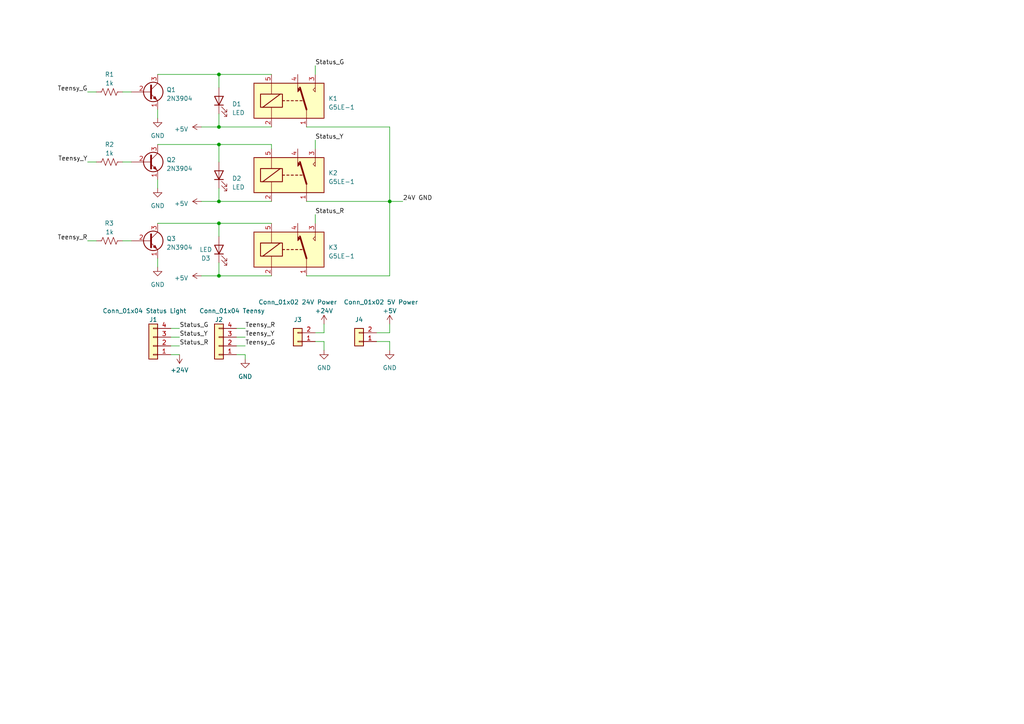
<source format=kicad_sch>
(kicad_sch (version 20230121) (generator eeschema)
  (paper "A4")
  (lib_symbols
    (symbol "Connector_Generic:Conn_01x02" (pin_names (offset 1.016) hide)
      (property "Reference" "J" (at 0 2.54 0))
      (property "Value" "Conn_01x02" (at 0 -5.08 0))
      (symbol "Conn_01x02_1_1"
        (rectangle (start -1.27 -2.413) (end 0 -2.667) (stroke (width 0.1524)))
        (rectangle (start -1.27 0.127) (end 0 -0.127) (stroke (width 0.1524)))
        (rectangle (start -1.27 1.27) (end 1.27 -3.81) (stroke (width 0.254)) (fill (type background)))
        (pin passive line (at -5.08 0 0) (length 3.81) (name "Pin_1") (number "1"))
        (pin passive line (at -5.08 -2.54 0) (length 3.81) (name "Pin_2") (number "2"))
      )
    )
    (symbol "Connector_Generic:Conn_01x04" (pin_names (offset 1.016) hide)
      (property "Reference" "J" (at 0 5.08 0))
      (property "Value" "Conn_01x04" (at 0 -7.62 0))
      (symbol "Conn_01x04_1_1"
        (rectangle (start -1.27 -4.953) (end 0 -5.207) (stroke (width 0.1524)))
        (rectangle (start -1.27 -2.413) (end 0 -2.667) (stroke (width 0.1524)))
        (rectangle (start -1.27 0.127) (end 0 -0.127) (stroke (width 0.1524)))
        (rectangle (start -1.27 2.667) (end 0 2.413) (stroke (width 0.1524)))
        (rectangle (start -1.27 3.81) (end 1.27 -6.35) (stroke (width 0.254)) (fill (type background)))
        (pin passive line (at -5.08 2.54 0) (length 3.81) (name "Pin_1") (number "1"))
        (pin passive line (at -5.08 0 0) (length 3.81) (name "Pin_2") (number "2"))
        (pin passive line (at -5.08 -2.54 0) (length 3.81) (name "Pin_3") (number "3"))
        (pin passive line (at -5.08 -5.08 0) (length 3.81) (name "Pin_4") (number "4"))
      )
    )
    (symbol "Device:LED" (pin_numbers hide) (pin_names (offset 1.016) hide)
      (property "Reference" "D" (at 0 2.54 0))
      (property "Value" "LED" (at 0 -2.54 0))
      (symbol "LED_0_1"
        (polyline (pts (xy -1.27 -1.27) (xy -1.27 1.27)) (stroke (width 0.254)))
        (polyline (pts (xy -1.27 0) (xy 1.27 0)))
        (polyline (pts (xy 1.27 -1.27) (xy 1.27 1.27) (xy -1.27 0) (xy 1.27 -1.27)) (stroke (width 0.254)))
        (polyline (pts (xy -3.048 -0.762) (xy -4.572 -2.286) (xy -3.81 -2.286) (xy -4.572 -2.286) (xy -4.572 -1.524)))
        (polyline (pts (xy -1.778 -0.762) (xy -3.302 -2.286) (xy -2.54 -2.286) (xy -3.302 -2.286) (xy -3.302 -1.524)))
      )
      (symbol "LED_1_1"
        (pin passive line (at -3.81 0 0) (length 2.54) (name "K") (number "1"))
        (pin passive line (at 3.81 0 180) (length 2.54) (name "A") (number "2"))
      )
    )
    (symbol "Device:R_US" (pin_numbers hide) (pin_names (offset 0))
      (property "Reference" "R" (at 2.54 0 90))
      (property "Value" "R_US" (at -2.54 0 90))
      (symbol "R_US_0_1"
        (polyline (pts (xy 0 -2.286) (xy 0 -2.54)))
        (polyline (pts (xy 0 2.286) (xy 0 2.54)))
        (polyline (pts (xy 0 -0.762) (xy 1.016 -1.143) (xy 0 -1.524) (xy -1.016 -1.905) (xy 0 -2.286)))
        (polyline (pts (xy 0 0.762) (xy 1.016 0.381) (xy 0 0) (xy -1.016 -0.381) (xy 0 -0.762)))
        (polyline (pts (xy 0 2.286) (xy 1.016 1.905) (xy 0 1.524) (xy -1.016 1.143) (xy 0 0.762)))
      )
      (symbol "R_US_1_1"
        (pin passive line (at 0 3.81 270) (length 1.27) (name "~") (number "1"))
        (pin passive line (at 0 -3.81 90) (length 1.27) (name "~") (number "2"))
      )
    )
    (symbol "Relay:G5LE-1"
      (property "Reference" "K" (at 11.43 3.81 0))
      (property "Value" "G5LE-1" (at 11.43 1.27 0))
      (symbol "G5LE-1_0_0"
        (polyline (pts (xy 7.62 5.08) (xy 7.62 2.54) (xy 6.985 3.175) (xy 7.62 3.81)))
      )
      (symbol "G5LE-1_0_1"
        (rectangle (start -10.16 5.08) (end 10.16 -5.08) (stroke (width 0.254)) (fill (type background)))
        (rectangle (start -8.255 1.905) (end -1.905 -1.905) (stroke (width 0.254)))
        (polyline (pts (xy -7.62 -1.905) (xy -2.54 1.905)) (stroke (width 0.254)))
        (polyline (pts (xy -5.08 -5.08) (xy -5.08 -1.905)))
        (polyline (pts (xy -5.08 5.08) (xy -5.08 1.905)))
        (polyline (pts (xy -1.905 0) (xy -1.27 0)) (stroke (width 0.254)))
        (polyline (pts (xy -0.635 0) (xy 0 0)) (stroke (width 0.254)))
        (polyline (pts (xy 0.635 0) (xy 1.27 0)) (stroke (width 0.254)))
        (polyline (pts (xy 1.905 0) (xy 2.54 0)) (stroke (width 0.254)))
        (polyline (pts (xy 3.175 0) (xy 3.81 0)) (stroke (width 0.254)))
        (polyline (pts (xy 5.08 -2.54) (xy 3.175 3.81)) (stroke (width 0.508)))
        (polyline (pts (xy 5.08 -2.54) (xy 5.08 -5.08)))
        (polyline (pts (xy 2.54 5.08) (xy 2.54 2.54) (xy 3.175 3.175) (xy 2.54 3.81)) (fill (type outline)))
      )
      (symbol "G5LE-1_1_1"
        (pin passive line (at 5.08 -7.62 90) (length 2.54) (name "~") (number "1"))
        (pin passive line (at -5.08 -7.62 90) (length 2.54) (name "~") (number "2"))
        (pin passive line (at 7.62 7.62 270) (length 2.54) (name "~") (number "3"))
        (pin passive line (at 2.54 7.62 270) (length 2.54) (name "~") (number "4"))
        (pin passive line (at -5.08 7.62 270) (length 2.54) (name "~") (number "5"))
      )
    )
    (symbol "Transistor_BJT:2N3904" (pin_names (offset 0) hide)
      (property "Reference" "Q" (at 5.08 1.905 0))
      (property "Value" "2N3904" (at 5.08 0 0))
      (symbol "2N3904_0_1"
        (polyline (pts (xy 0.635 0.635) (xy 2.54 2.54)))
        (polyline (pts (xy 0.635 -0.635) (xy 2.54 -2.54) (xy 2.54 -2.54)))
        (polyline (pts (xy 0.635 1.905) (xy 0.635 -1.905) (xy 0.635 -1.905)) (stroke (width 0.508)))
        (polyline (pts (xy 1.27 -1.778) (xy 1.778 -1.27) (xy 2.286 -2.286) (xy 1.27 -1.778) (xy 1.27 -1.778)) (fill (type outline)))
        (circle (center 1.27 0) (radius 2.8194) (stroke (width 0.254)))
      )
      (symbol "2N3904_1_1"
        (pin passive line (at 2.54 -5.08 90) (length 2.54) (name "E") (number "1"))
        (pin passive line (at -5.08 0 0) (length 5.715) (name "B") (number "2"))
        (pin passive line (at 2.54 5.08 270) (length 2.54) (name "C") (number "3"))
      )
    )
    (symbol "power:+24V" (power) (pin_names (offset 0))
      (property "Value" "+24V" (at 0 3.556 0))
      (symbol "+24V_0_1"
        (polyline (pts (xy -0.762 1.27) (xy 0 2.54)))
        (polyline (pts (xy 0 0) (xy 0 2.54)))
        (polyline (pts (xy 0 2.54) (xy 0.762 1.27)))
      )
      (symbol "+24V_1_1"
        (pin power_in line (at 0 0 90) (length 0) hide (name "+24V") (number "1"))
      )
    )
    (symbol "power:+5V" (power) (pin_names (offset 0))
      (property "Value" "+5V" (at 0 3.556 0))
      (symbol "+5V_0_1"
        (polyline (pts (xy -0.762 1.27) (xy 0 2.54)))
        (polyline (pts (xy 0 0) (xy 0 2.54)))
        (polyline (pts (xy 0 2.54) (xy 0.762 1.27)))
      )
      (symbol "+5V_1_1"
        (pin power_in line (at 0 0 90) (length 0) hide (name "+5V") (number "1"))
      )
    )
    (symbol "power:GND" (power) (pin_names (offset 0))
      (property "Value" "GND" (at 0 -3.81 0))
      (symbol "GND_0_1"
        (polyline (pts (xy 0 0) (xy 0 -1.27) (xy 1.27 -1.27) (xy 0 -2.54) (xy -1.27 -1.27) (xy 0 -1.27)))
      )
      (symbol "GND_1_1"
        (pin power_in line (at 0 0 270) (length 0) hide (name "GND") (number "1"))
      )
    )
  )
  (junction (at 63.5 58.42))
  (junction (at 113.03 58.42))
  (junction (at 63.5 80.01))
  (junction (at 63.5 64.77))
  (junction (at 63.5 36.83))
  (junction (at 63.5 21.59))
  (junction (at 63.5 41.91))
  (wire (pts (xy 113.03 58.42) (xy 113.03 80.01)))
  (wire (pts (xy 63.5 21.59) (xy 63.5 25.4)))
  (wire (pts (xy 113.03 58.42) (xy 116.84 58.42)))
  (wire (pts (xy 49.53 102.87) (xy 52.07 102.87)))
  (wire (pts (xy 45.72 31.75) (xy 45.72 34.29)))
  (wire (pts (xy 63.5 41.91) (xy 78.74 41.91)))
  (wire (pts (xy 25.4 46.99) (xy 27.94 46.99)))
  (wire (pts (xy 91.44 19.05) (xy 91.44 21.59)))
  (wire (pts (xy 109.22 96.52) (xy 113.03 96.52)))
  (wire (pts (xy 63.5 64.77) (xy 78.74 64.77)))
  (wire (pts (xy 113.03 99.06) (xy 113.03 101.6)))
  (wire (pts (xy 25.4 69.85) (xy 27.94 69.85)))
  (wire (pts (xy 63.5 33.02) (xy 63.5 36.83)))
  (wire (pts (xy 68.58 100.33) (xy 71.12 100.33)))
  (wire (pts (xy 109.22 99.06) (xy 113.03 99.06)))
  (wire (pts (xy 63.5 80.01) (xy 78.74 80.01)))
  (wire (pts (xy 63.5 76.2) (xy 63.5 80.01)))
  (wire (pts (xy 93.98 96.52) (xy 91.44 96.52)))
  (wire (pts (xy 113.03 80.01) (xy 88.9 80.01)))
  (wire (pts (xy 58.42 36.83) (xy 63.5 36.83)))
  (wire (pts (xy 63.5 64.77) (xy 63.5 68.58)))
  (wire (pts (xy 113.03 96.52) (xy 113.03 93.98)))
  (wire (pts (xy 35.56 46.99) (xy 38.1 46.99)))
  (wire (pts (xy 91.44 40.64) (xy 91.44 43.18)))
  (wire (pts (xy 45.72 64.77) (xy 63.5 64.77)))
  (wire (pts (xy 68.58 102.87) (xy 71.12 102.87)))
  (wire (pts (xy 45.72 41.91) (xy 63.5 41.91)))
  (wire (pts (xy 93.98 93.98) (xy 93.98 96.52)))
  (wire (pts (xy 45.72 74.93) (xy 45.72 77.47)))
  (wire (pts (xy 58.42 80.01) (xy 63.5 80.01)))
  (wire (pts (xy 63.5 21.59) (xy 78.74 21.59)))
  (wire (pts (xy 49.53 100.33) (xy 52.07 100.33)))
  (wire (pts (xy 71.12 102.87) (xy 71.12 104.14)))
  (wire (pts (xy 91.44 62.23) (xy 91.44 64.77)))
  (wire (pts (xy 49.53 95.25) (xy 52.07 95.25)))
  (wire (pts (xy 45.72 21.59) (xy 63.5 21.59)))
  (wire (pts (xy 63.5 36.83) (xy 78.74 36.83)))
  (wire (pts (xy 25.4 26.67) (xy 27.94 26.67)))
  (wire (pts (xy 113.03 58.42) (xy 88.9 58.42)))
  (wire (pts (xy 63.5 58.42) (xy 78.74 58.42)))
  (wire (pts (xy 68.58 97.79) (xy 71.12 97.79)))
  (wire (pts (xy 35.56 26.67) (xy 38.1 26.67)))
  (wire (pts (xy 49.53 97.79) (xy 52.07 97.79)))
  (wire (pts (xy 58.42 58.42) (xy 63.5 58.42)))
  (wire (pts (xy 88.9 36.83) (xy 113.03 36.83)))
  (wire (pts (xy 113.03 36.83) (xy 113.03 58.42)))
  (wire (pts (xy 91.44 99.06) (xy 93.98 99.06)))
  (wire (pts (xy 45.72 52.07) (xy 45.72 54.61)))
  (wire (pts (xy 68.58 95.25) (xy 71.12 95.25)))
  (wire (pts (xy 93.98 99.06) (xy 93.98 101.6)))
  (wire (pts (xy 35.56 69.85) (xy 38.1 69.85)))
  (wire (pts (xy 63.5 41.91) (xy 63.5 46.99)))
  (wire (pts (xy 63.5 54.61) (xy 63.5 58.42)))
  (wire (pts (xy 78.74 41.91) (xy 78.74 43.18)))
  (label "24V GND" (at 116.84 58.42 0))
  (label "Status_G" (at 91.44 19.05 0))
  (label "Teensy_G" (at 25.4 26.67 180))
  (label "Teensy_Y" (at 25.4 46.99 180))
  (label "Status_Y" (at 91.44 40.64 0))
  (label "Teensy_G" (at 71.12 100.33 0))
  (label "Status_G" (at 52.07 95.25 0))
  (label "Status_R" (at 52.07 100.33 0))
  (label "Teensy_Y" (at 71.12 97.79 0))
  (label "Teensy_R" (at 25.4 69.85 180))
  (label "Status_Y" (at 52.07 97.79 0))
  (label "Status_R" (at 91.44 62.23 0))
  (label "Teensy_R" (at 71.12 95.25 0))
  (symbol (lib_id "Transistor_BJT:2N3904") (at 43.18 69.85 0) (unit 1)
    (property "Reference" "Q3" (at 48.26 69.215 0) (effects (justify left)))
    (property "Value" "2N3904" (at 48.26 71.755 0) (effects (justify left)))
    (property "Footprint" "Package_TO_SOT_THT:TO-92_Inline" (effects hide))
    (property "Datasheet" "https://www.onsemi.com/pub/Collateral/2N3903-D.PDF" (effects hide))
  )
  (symbol (lib_id "Connector_Generic:Conn_01x04") (at 63.5 100.33 180) (unit 1)
    (property "Reference" "J2" (at 63.5 92.71 0))
    (property "Value" "Conn_01x04 Teensy" (at 67.31 90.17 0))
    (property "Footprint" "Connector_PinHeader_2.54mm:PinHeader_1x04_P2.54mm_Vertical" (effects hide))
  )
  (symbol (lib_id "Connector_Generic:Conn_01x04") (at 44.45 100.33 180) (unit 1)
    (property "Reference" "J1" (at 44.45 92.71 0))
    (property "Value" "Conn_01x04 Status Light" (at 41.91 90.17 0))
    (property "Footprint" "Connector_PinHeader_2.54mm:PinHeader_1x04_P2.54mm_Vertical" (effects hide))
  )
  (symbol (lib_id "power:GND") (at 113.03 101.6 0) (unit 1)
    (property "Reference" "#PWR02" (effects hide))
    (property "Value" "GND" (at 113.03 106.68 0))
  )
  (symbol (lib_id "power:GND") (at 45.72 77.47 0) (unit 1)
    (property "Reference" "#PWR012" (effects hide))
    (property "Value" "GND" (at 45.72 82.55 0))
  )
  (symbol (lib_id "power:GND") (at 45.72 54.61 0) (unit 1)
    (property "Reference" "#PWR011" (effects hide))
    (property "Value" "GND" (at 45.72 59.69 0))
  )
  (symbol (lib_id "power:+5V") (at 58.42 80.01 90) (unit 1)
    (property "Reference" "#PWR09" (effects hide))
    (property "Value" "+5V" (at 54.61 80.645 90) (effects (justify left)))
  )
  (symbol (lib_id "power:+5V") (at 58.42 36.83 90) (unit 1)
    (property "Reference" "#PWR07" (effects hide))
    (property "Value" "+5V" (at 54.61 37.465 90) (effects (justify left)))
  )
  (symbol (lib_id "power:GND") (at 45.72 34.29 0) (unit 1)
    (property "Reference" "#PWR010" (effects hide))
    (property "Value" "GND" (at 45.72 39.37 0))
  )
  (symbol (lib_id "Device:R_US") (at 31.75 46.99 90) (unit 1)
    (property "Reference" "R2" (at 31.75 41.91 90))
    (property "Value" "1k" (at 31.75 44.45 90))
    (property "Footprint" "Resistor_THT:R_Axial_DIN0309_L9.0mm_D3.2mm_P15.24mm_Horizontal" (effects hide))
  )
  (symbol (lib_id "Device:LED") (at 63.5 72.39 90) (unit 1)
    (property "Reference" "D3" (at 59.69 74.93 90))
    (property "Value" "LED" (at 59.69 72.39 90))
    (property "Footprint" "LED_THT:LED_D5.0mm-3" (effects hide))
  )
  (symbol (lib_id "power:+24V") (at 93.98 93.98 0) (unit 1)
    (property "Reference" "#PWR04" (effects hide))
    (property "Value" "+24V" (at 93.98 90.17 0))
  )
  (symbol (lib_id "Relay:G5LE-1") (at 83.82 50.8 0) (unit 1)
    (property "Reference" "K2" (at 95.25 50.165 0) (effects (justify left)))
    (property "Value" "G5LE-1" (at 95.25 52.705 0) (effects (justify left)))
    (property "Footprint" "Relay_THT:Relay_SPDT_Omron-G5LE-1" (effects hide))
    (property "Datasheet" "http://www.omron.com/ecb/products/pdf/en-g5le.pdf" (effects hide))
  )
  (symbol (lib_id "Device:R_US") (at 31.75 69.85 90) (unit 1)
    (property "Reference" "R3" (at 33.02 64.77 90) (effects (justify left)))
    (property "Value" "1k" (at 33.02 67.31 90) (effects (justify left)))
    (property "Footprint" "Resistor_THT:R_Axial_DIN0309_L9.0mm_D3.2mm_P15.24mm_Horizontal" (effects hide))
  )
  (symbol (lib_id "Transistor_BJT:2N3904") (at 43.18 46.99 0) (unit 1)
    (property "Reference" "Q2" (at 48.26 46.355 0) (effects (justify left)))
    (property "Value" "2N3904" (at 48.26 48.895 0) (effects (justify left)))
    (property "Footprint" "Package_TO_SOT_THT:TO-92_Inline" (effects hide))
    (property "Datasheet" "https://www.onsemi.com/pub/Collateral/2N3903-D.PDF" (effects hide))
  )
  (symbol (lib_id "Relay:G5LE-1") (at 83.82 72.39 0) (unit 1)
    (property "Reference" "K3" (at 95.25 71.755 0) (effects (justify left)))
    (property "Value" "G5LE-1" (at 95.25 74.295 0) (effects (justify left)))
    (property "Footprint" "Relay_THT:Relay_SPDT_Omron-G5LE-1" (effects hide))
    (property "Datasheet" "http://www.omron.com/ecb/products/pdf/en-g5le.pdf" (effects hide))
  )
  (symbol (lib_id "Device:LED") (at 63.5 29.21 90) (unit 1)
    (property "Reference" "D1" (at 67.31 30.1625 90) (effects (justify right)))
    (property "Value" "LED" (at 67.31 32.7025 90) (effects (justify right)))
    (property "Footprint" "LED_THT:LED_D5.0mm-3" (effects hide))
  )
  (symbol (lib_id "Transistor_BJT:2N3904") (at 43.18 26.67 0) (unit 1)
    (property "Reference" "Q1" (at 48.26 26.035 0) (effects (justify left)))
    (property "Value" "2N3904" (at 48.26 28.575 0) (effects (justify left)))
    (property "Footprint" "Package_TO_SOT_THT:TO-92_Inline" (effects hide))
    (property "Datasheet" "https://www.onsemi.com/pub/Collateral/2N3903-D.PDF" (effects hide))
  )
  (symbol (lib_id "Device:R_US") (at 31.75 26.67 90) (unit 1)
    (property "Reference" "R1" (at 31.75 21.59 90))
    (property "Value" "1k" (at 31.75 24.13 90))
    (property "Footprint" "Resistor_THT:R_Axial_DIN0309_L9.0mm_D3.2mm_P15.24mm_Horizontal" (effects hide))
  )
  (symbol (lib_id "Connector_Generic:Conn_01x02") (at 104.14 99.06 180) (unit 1)
    (property "Reference" "J4" (at 104.14 92.71 0))
    (property "Value" "Conn_01x02 5V Power" (at 110.49 87.63 0))
    (property "Footprint" "Connector_PinHeader_2.54mm:PinHeader_1x02_P2.54mm_Vertical" (effects hide))
  )
  (symbol (lib_id "Relay:G5LE-1") (at 83.82 29.21 0) (unit 1)
    (property "Reference" "K1" (at 95.25 28.575 0) (effects (justify left)))
    (property "Value" "G5LE-1" (at 95.25 31.115 0) (effects (justify left)))
    (property "Footprint" "Relay_THT:Relay_SPDT_Omron-G5LE-1" (effects hide))
    (property "Datasheet" "http://www.omron.com/ecb/products/pdf/en-g5le.pdf" (effects hide))
  )
  (symbol (lib_id "power:+5V") (at 113.03 93.98 0) (unit 1)
    (property "Reference" "#PWR01" (effects hide))
    (property "Value" "+5V" (at 113.03 90.17 0))
  )
  (symbol (lib_id "Device:LED") (at 63.5 50.8 90) (unit 1)
    (property "Reference" "D2" (at 67.31 51.7525 90) (effects (justify right)))
    (property "Value" "LED" (at 67.31 54.2925 90) (effects (justify right)))
    (property "Footprint" "LED_THT:LED_D5.0mm-3" (effects hide))
  )
  (symbol (lib_id "power:GND") (at 71.12 104.14 0) (unit 1)
    (property "Reference" "#PWR05" (effects hide))
    (property "Value" "GND" (at 71.12 109.22 0))
  )
  (symbol (lib_id "Connector_Generic:Conn_01x02") (at 86.36 99.06 180) (unit 1)
    (property "Reference" "J3" (at 86.36 92.71 0))
    (property "Value" "Conn_01x02 24V Power" (at 86.36 87.63 0))
    (property "Footprint" "Connector_PinHeader_2.54mm:PinHeader_1x02_P2.54mm_Vertical" (effects hide))
  )
  (symbol (lib_id "power:GND") (at 93.98 101.6 0) (unit 1)
    (property "Reference" "#PWR03" (effects hide))
    (property "Value" "GND" (at 93.98 106.68 0))
  )
  (symbol (lib_id "power:+24V") (at 52.07 102.87 180) (unit 1)
    (property "Reference" "#PWR06" (effects hide))
    (property "Value" "+24V" (at 52.07 107.3468 0))
  )
  (symbol (lib_id "power:+5V") (at 58.42 58.42 90) (unit 1)
    (property "Reference" "#PWR08" (effects hide))
    (property "Value" "+5V" (at 54.61 59.055 90) (effects (justify left)))
  )
)
</source>
